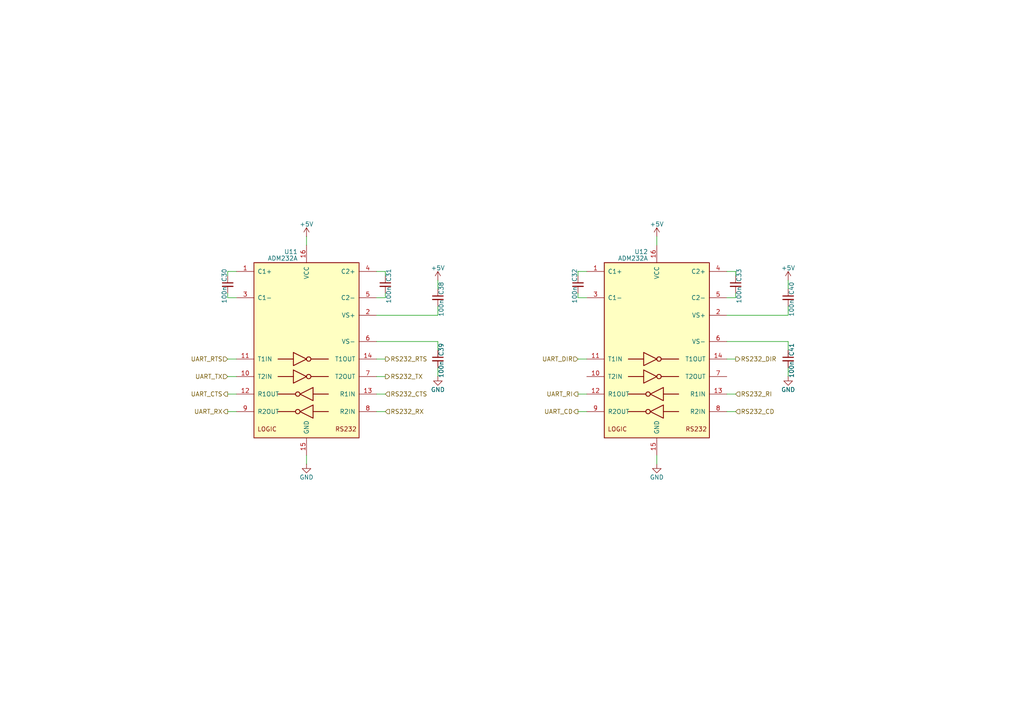
<source format=kicad_sch>
(kicad_sch (version 20250114) (generator "eeschema") (generator_version "9.0")
  (paper "A4")
  (lib_symbols
    (symbol "Device:C_Small" (pin_numbers (hide yes)) (pin_names (offset 0.254) (hide yes))
      (property "Reference" "C" (at 0.254 1.778 0))
      (property "Value" "C_Small" (at 0.254 -2.032 0))
      (symbol "C_Small_0_1"
        (polyline (pts (xy -1.524 0.508) (xy 1.524 0.508)) (stroke (width 0.3048)))
        (polyline (pts (xy -1.524 -0.508) (xy 1.524 -0.508)) (stroke (width 0.3302)))
      )
      (symbol "C_Small_1_1"
        (pin passive line (at 0 2.54 270) (length 2.032) (name "~") (number "1"))
        (pin passive line (at 0 -2.54 90) (length 2.032) (name "~") (number "2"))
      )
    )
    (symbol "Interface_UART:ADM232A" (pin_names (offset 1.016))
      (property "Reference" "U" (at -2.54 28.575 0))
      (property "Value" "ADM232A" (at -2.54 26.67 0))
      (symbol "ADM232A_0_0"
        (text "LOGIC" (at -11.43 -22.86 0) (effects (font (size 1.27 1.27))))
        (text "RS232" (at 11.43 -22.86 0) (effects (font (size 1.27 1.27))))
      )
      (symbol "ADM232A_0_1"
        (rectangle (start -15.24 -25.4) (end 15.24 25.4) (stroke (width 0.254)) (fill (type background)))
        (polyline (pts (xy -3.81 -0.635) (xy -3.81 -4.445) (xy 0 -2.54) (xy -3.81 -0.635)) (stroke (width 0.254)))
        (polyline (pts (xy -3.81 -2.54) (xy -8.255 -2.54)) (stroke (width 0.254)))
        (polyline (pts (xy -3.81 -5.715) (xy -3.81 -9.525) (xy 0 -7.62) (xy -3.81 -5.715)) (stroke (width 0.254)))
        (polyline (pts (xy -3.81 -7.62) (xy -8.255 -7.62)) (stroke (width 0.254)))
        (polyline (pts (xy -3.175 -12.7) (xy -8.255 -12.7)) (stroke (width 0.254)))
        (polyline (pts (xy -3.175 -17.78) (xy -8.255 -17.78)) (stroke (width 0.254)))
        (circle (center -2.54 -12.7) (radius 0.635) (stroke (width 0.254)))
        (circle (center -2.54 -17.78) (radius 0.635) (stroke (width 0.254)))
        (circle (center 0.635 -2.54) (radius 0.635) (stroke (width 0.254)))
        (circle (center 0.635 -7.62) (radius 0.635) (stroke (width 0.254)))
        (polyline (pts (xy 1.27 -2.54) (xy 6.35 -2.54)) (stroke (width 0.254)))
        (polyline (pts (xy 1.27 -7.62) (xy 6.35 -7.62)) (stroke (width 0.254)))
        (polyline (pts (xy 1.905 -10.795) (xy 1.905 -14.605) (xy -1.905 -12.7) (xy 1.905 -10.795)) (stroke (width 0.254)))
        (polyline (pts (xy 1.905 -12.7) (xy 6.35 -12.7)) (stroke (width 0.254)))
        (polyline (pts (xy 1.905 -15.875) (xy 1.905 -19.685) (xy -1.905 -17.78) (xy 1.905 -15.875)) (stroke (width 0.254)))
        (polyline (pts (xy 1.905 -17.78) (xy 6.35 -17.78)) (stroke (width 0.254)))
      )
      (symbol "ADM232A_1_1"
        (pin passive line (at -20.32 22.86 0) (length 5.08) (name "C1+") (number "1"))
        (pin passive line (at -20.32 15.24 0) (length 5.08) (name "C1-") (number "3"))
        (pin input line (at -20.32 -2.54 0) (length 5.08) (name "T1IN") (number "11"))
        (pin input line (at -20.32 -7.62 0) (length 5.08) (name "T2IN") (number "10"))
        (pin output line (at -20.32 -12.7 0) (length 5.08) (name "R1OUT") (number "12"))
        (pin output line (at -20.32 -17.78 0) (length 5.08) (name "R2OUT") (number "9"))
        (pin power_in line (at 0 30.48 270) (length 5.08) (name "VCC") (number "16"))
        (pin power_in line (at 0 -30.48 90) (length 5.08) (name "GND") (number "15"))
        (pin passive line (at 20.32 22.86 180) (length 5.08) (name "C2+") (number "4"))
        (pin passive line (at 20.32 15.24 180) (length 5.08) (name "C2-") (number "5"))
        (pin power_out line (at 20.32 10.16 180) (length 5.08) (name "VS+") (number "2"))
        (pin power_out line (at 20.32 2.54 180) (length 5.08) (name "VS-") (number "6"))
        (pin output line (at 20.32 -2.54 180) (length 5.08) (name "T1OUT") (number "14"))
        (pin output line (at 20.32 -7.62 180) (length 5.08) (name "T2OUT") (number "7"))
        (pin input line (at 20.32 -12.7 180) (length 5.08) (name "R1IN") (number "13"))
        (pin input line (at 20.32 -17.78 180) (length 5.08) (name "R2IN") (number "8"))
      )
    )
    (symbol "power:+5V" (power) (pin_numbers (hide yes)) (pin_names (offset 0) (hide yes))
      (property "Value" "+5V" (at 0 3.556 0))
      (symbol "+5V_0_1"
        (polyline (pts (xy -0.762 1.27) (xy 0 2.54)))
        (polyline (pts (xy 0 2.54) (xy 0.762 1.27)))
        (polyline (pts (xy 0 0) (xy 0 2.54)))
      )
      (symbol "+5V_1_1"
        (pin power_in line (at 0 0 90) (length 0) (name "~") (number "1"))
      )
    )
    (symbol "power:GND" (power) (pin_numbers (hide yes)) (pin_names (offset 0) (hide yes))
      (property "Value" "GND" (at 0 -3.81 0))
      (symbol "GND_0_1"
        (polyline (pts (xy 0 0) (xy 0 -1.27) (xy 1.27 -1.27) (xy 0 -2.54) (xy -1.27 -1.27) (xy 0 -1.27)))
      )
      (symbol "GND_1_1"
        (pin power_in line (at 0 0 270) (length 0) (name "~") (number "1"))
      )
    )
  )
  (wire (pts (xy 190.5 68.58) (xy 190.5 71.12)))
  (wire (pts (xy 167.64 86.36) (xy 167.64 85.09)))
  (wire (pts (xy 66.04 104.14) (xy 68.58 104.14)))
  (wire (pts (xy 210.82 86.36) (xy 213.36 86.36)))
  (wire (pts (xy 127 99.06) (xy 127 101.6)))
  (wire (pts (xy 213.36 86.36) (xy 213.36 85.09)))
  (wire (pts (xy 111.76 86.36) (xy 111.76 85.09)))
  (wire (pts (xy 210.82 114.3) (xy 213.36 114.3)))
  (wire (pts (xy 66.04 114.3) (xy 68.58 114.3)))
  (wire (pts (xy 109.22 109.22) (xy 111.76 109.22)))
  (wire (pts (xy 213.36 78.74) (xy 213.36 80.01)))
  (wire (pts (xy 88.9 132.08) (xy 88.9 134.62)))
  (wire (pts (xy 66.04 109.22) (xy 68.58 109.22)))
  (wire (pts (xy 167.64 119.38) (xy 170.18 119.38)))
  (wire (pts (xy 167.64 114.3) (xy 170.18 114.3)))
  (wire (pts (xy 210.82 104.14) (xy 213.36 104.14)))
  (wire (pts (xy 127 81.28) (xy 127 83.82)))
  (wire (pts (xy 190.5 132.08) (xy 190.5 134.62)))
  (wire (pts (xy 109.22 99.06) (xy 127 99.06)))
  (wire (pts (xy 66.04 86.36) (xy 66.04 85.09)))
  (wire (pts (xy 109.22 78.74) (xy 111.76 78.74)))
  (wire (pts (xy 111.76 78.74) (xy 111.76 80.01)))
  (wire (pts (xy 228.6 91.44) (xy 210.82 91.44)))
  (wire (pts (xy 109.22 114.3) (xy 111.76 114.3)))
  (wire (pts (xy 66.04 119.38) (xy 68.58 119.38)))
  (wire (pts (xy 210.82 99.06) (xy 228.6 99.06)))
  (wire (pts (xy 127 106.68) (xy 127 109.22)))
  (wire (pts (xy 167.64 78.74) (xy 167.64 80.01)))
  (wire (pts (xy 228.6 88.9) (xy 228.6 91.44)))
  (wire (pts (xy 228.6 106.68) (xy 228.6 109.22)))
  (wire (pts (xy 109.22 104.14) (xy 111.76 104.14)))
  (wire (pts (xy 228.6 81.28) (xy 228.6 83.82)))
  (wire (pts (xy 68.58 86.36) (xy 66.04 86.36)))
  (wire (pts (xy 127 91.44) (xy 109.22 91.44)))
  (wire (pts (xy 228.6 99.06) (xy 228.6 101.6)))
  (wire (pts (xy 88.9 68.58) (xy 88.9 71.12)))
  (wire (pts (xy 210.82 119.38) (xy 213.36 119.38)))
  (wire (pts (xy 68.58 78.74) (xy 66.04 78.74)))
  (wire (pts (xy 170.18 86.36) (xy 167.64 86.36)))
  (wire (pts (xy 109.22 86.36) (xy 111.76 86.36)))
  (wire (pts (xy 210.82 78.74) (xy 213.36 78.74)))
  (wire (pts (xy 66.04 78.74) (xy 66.04 80.01)))
  (wire (pts (xy 127 88.9) (xy 127 91.44)))
  (wire (pts (xy 109.22 119.38) (xy 111.76 119.38)))
  (wire (pts (xy 167.64 104.14) (xy 170.18 104.14)))
  (wire (pts (xy 170.18 78.74) (xy 167.64 78.74)))
  (hierarchical_label "UART_CTS" (shape output) (at 66.04 114.3 180))
  (hierarchical_label "RS232_CTS" (shape input) (at 111.76 114.3 0))
  (hierarchical_label "RS232_CD" (shape input) (at 213.36 119.38 0))
  (hierarchical_label "RS232_RX" (shape input) (at 111.76 119.38 0))
  (hierarchical_label "RS232_RI" (shape input) (at 213.36 114.3 0))
  (hierarchical_label "UART_RTS" (shape input) (at 66.04 104.14 180))
  (hierarchical_label "UART_RI" (shape output) (at 167.64 114.3 180))
  (hierarchical_label "UART_TX" (shape input) (at 66.04 109.22 180))
  (hierarchical_label "RS232_DIR" (shape output) (at 213.36 104.14 0))
  (hierarchical_label "UART_DIR" (shape input) (at 167.64 104.14 180))
  (hierarchical_label "UART_CD" (shape output) (at 167.64 119.38 180))
  (hierarchical_label "RS232_TX" (shape output) (at 111.76 109.22 0))
  (hierarchical_label "UART_RX" (shape output) (at 66.04 119.38 180))
  (hierarchical_label "RS232_RTS" (shape output) (at 111.76 104.14 0))
  (symbol (lib_id "Device:C_Small") (at 228.6 86.36 0) (mirror y) (unit 1)
    (property "Reference" "C40" (at 228.854 85.598 90) (effects (justify left bottom)))
    (property "Value" "100n" (at 228.854 86.868 90) (effects (justify right bottom)))
    (property "Footprint" "rhais_rcl:C0603" (effects (hide yes)))
    (property "Description" "Unpolarized capacitor, small symbol" (effects (hide yes)))
  )
  (symbol (lib_id "Device:C_Small") (at 228.6 104.14 0) (mirror y) (unit 1)
    (property "Reference" "C41" (at 228.854 103.378 90) (effects (justify left bottom)))
    (property "Value" "100n" (at 228.854 104.648 90) (effects (justify right bottom)))
    (property "Footprint" "rhais_rcl:C0603" (effects (hide yes)))
    (property "Description" "Unpolarized capacitor, small symbol" (effects (hide yes)))
  )
  (symbol (lib_id "power:+5V") (at 88.9 68.58 0) (unit 1)
    (property "Reference" "#PWR70" (effects (hide yes)))
    (property "Value" "+5V" (at 88.9 65.024 0))
    (property "Description" "Power symbol creates a global label with name \"+5V\"" (effects (hide yes)))
  )
  (symbol (lib_id "Device:C_Small") (at 111.76 82.55 0) (mirror y) (unit 1)
    (property "Reference" "C31" (at 112.014 81.788 90) (effects (justify left bottom)))
    (property "Value" "100n" (at 112.014 83.058 90) (effects (justify right bottom)))
    (property "Footprint" "rhais_rcl:C0603" (effects (hide yes)))
    (property "Description" "Unpolarized capacitor, small symbol" (effects (hide yes)))
  )
  (symbol (lib_id "Device:C_Small") (at 66.04 82.55 0) (unit 1)
    (property "Reference" "C30" (at 65.786 81.788 90) (effects (justify left bottom)))
    (property "Value" "100n" (at 65.786 83.058 90) (effects (justify right bottom)))
    (property "Footprint" "rhais_rcl:C0603" (effects (hide yes)))
    (property "Description" "Unpolarized capacitor, small symbol" (effects (hide yes)))
  )
  (symbol (lib_id "Interface_UART:ADM232A") (at 88.9 101.6 0) (unit 1)
    (property "Reference" "U11" (at 86.36 73.025 0) (effects (justify right)))
    (property "Value" "ADM232A" (at 86.36 74.93 0) (effects (justify right)))
    (property "Datasheet" "https://www.analog.com/media/en/technical-documentation/data-sheets/ADM222_232A_242.pdf" (effects (hide yes)))
    (property "Description" "Dual RS232 driver/receiver, 5V supply, 200kb/s" (effects (hide yes)))
    (property "MFR" "Analog Devices" (effects (hide yes)))
    (property "MPN" "ADM232AARNZ-REEL7" (effects (hide yes)))
    (property "OC_FARNELL" "4023927RL" (effects (hide yes)))
  )
  (symbol (lib_id "power:+5V") (at 228.6 81.28 0) (unit 1)
    (property "Reference" "#PWR92" (effects (hide yes)))
    (property "Value" "+5V" (at 228.6 77.724 0))
    (property "Description" "Power symbol creates a global label with name \"+5V\"" (effects (hide yes)))
  )
  (symbol (lib_id "power:+5V") (at 190.5 68.58 0) (unit 1)
    (property "Reference" "#PWR69" (effects (hide yes)))
    (property "Value" "+5V" (at 190.5 65.024 0))
    (property "Description" "Power symbol creates a global label with name \"+5V\"" (effects (hide yes)))
  )
  (symbol (lib_id "power:+5V") (at 127 81.28 0) (unit 1)
    (property "Reference" "#PWR91" (effects (hide yes)))
    (property "Value" "+5V" (at 127 77.724 0))
    (property "Description" "Power symbol creates a global label with name \"+5V\"" (effects (hide yes)))
  )
  (symbol (lib_id "Device:C_Small") (at 127 104.14 0) (mirror y) (unit 1)
    (property "Reference" "C39" (at 127.254 103.378 90) (effects (justify left bottom)))
    (property "Value" "100n" (at 127.254 104.648 90) (effects (justify right bottom)))
    (property "Footprint" "rhais_rcl:C0603" (effects (hide yes)))
    (property "Description" "Unpolarized capacitor, small symbol" (effects (hide yes)))
  )
  (symbol (lib_id "Interface_UART:ADM232A") (at 190.5 101.6 0) (unit 1)
    (property "Reference" "U12" (at 187.96 73.025 0) (effects (justify right)))
    (property "Value" "ADM232A" (at 187.96 74.93 0) (effects (justify right)))
    (property "Datasheet" "https://www.analog.com/media/en/technical-documentation/data-sheets/ADM222_232A_242.pdf" (effects (hide yes)))
    (property "Description" "Dual RS232 driver/receiver, 5V supply, 200kb/s" (effects (hide yes)))
    (property "MFR" "Analog Devices" (effects (hide yes)))
    (property "MPN" "ADM232AARNZ-REEL7" (effects (hide yes)))
    (property "OC_FARNELL" "4023927RL" (effects (hide yes)))
  )
  (symbol (lib_id "power:GND") (at 190.5 134.62 0) (unit 1)
    (property "Reference" "#PWR071" (effects (hide yes)))
    (property "Value" "GND" (at 190.5 138.43 0))
    (property "Description" "Power symbol creates a global label with name \"GND\" , ground" (effects (hide yes)))
  )
  (symbol (lib_id "Device:C_Small") (at 213.36 82.55 0) (mirror y) (unit 1)
    (property "Reference" "C33" (at 213.614 81.788 90) (effects (justify left bottom)))
    (property "Value" "100n" (at 213.614 83.058 90) (effects (justify right bottom)))
    (property "Footprint" "rhais_rcl:C0603" (effects (hide yes)))
    (property "Description" "Unpolarized capacitor, small symbol" (effects (hide yes)))
  )
  (symbol (lib_id "power:GND") (at 228.6 109.22 0) (unit 1)
    (property "Reference" "#PWR093" (effects (hide yes)))
    (property "Value" "GND" (at 228.6 113.03 0))
    (property "Description" "Power symbol creates a global label with name \"GND\" , ground" (effects (hide yes)))
  )
  (symbol (lib_id "power:GND") (at 127 109.22 0) (unit 1)
    (property "Reference" "#PWR090" (effects (hide yes)))
    (property "Value" "GND" (at 127 113.03 0))
    (property "Description" "Power symbol creates a global label with name \"GND\" , ground" (effects (hide yes)))
  )
  (symbol (lib_id "power:GND") (at 88.9 134.62 0) (unit 1)
    (property "Reference" "#PWR072" (effects (hide yes)))
    (property "Value" "GND" (at 88.9 138.43 0))
    (property "Description" "Power symbol creates a global label with name \"GND\" , ground" (effects (hide yes)))
  )
  (symbol (lib_id "Device:C_Small") (at 127 86.36 0) (mirror y) (unit 1)
    (property "Reference" "C38" (at 127.254 85.598 90) (effects (justify left bottom)))
    (property "Value" "100n" (at 127.254 86.868 90) (effects (justify right bottom)))
    (property "Footprint" "rhais_rcl:C0603" (effects (hide yes)))
    (property "Description" "Unpolarized capacitor, small symbol" (effects (hide yes)))
  )
  (symbol (lib_id "Device:C_Small") (at 167.64 82.55 0) (unit 1)
    (property "Reference" "C32" (at 167.386 81.788 90) (effects (justify left bottom)))
    (property "Value" "100n" (at 167.386 83.058 90) (effects (justify right bottom)))
    (property "Footprint" "rhais_rcl:C0603" (effects (hide yes)))
    (property "Description" "Unpolarized capacitor, small symbol" (effects (hide yes)))
  )
)
</source>
